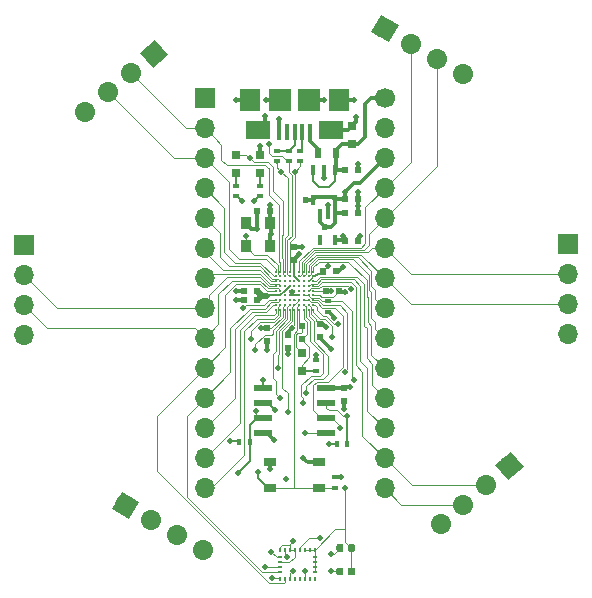
<source format=gbr>
G04 #@! TF.GenerationSoftware,KiCad,Pcbnew,5.1.0-060a0da~80~ubuntu18.04.1*
G04 #@! TF.CreationDate,2019-05-28T03:43:47+02:00*
G04 #@! TF.ProjectId,TinyFPGA-BX,54696e79-4650-4474-912d-42582e6b6963,rev?*
G04 #@! TF.SameCoordinates,Original*
G04 #@! TF.FileFunction,Copper,L1,Top*
G04 #@! TF.FilePolarity,Positive*
%FSLAX46Y46*%
G04 Gerber Fmt 4.6, Leading zero omitted, Abs format (unit mm)*
G04 Created by KiCad (PCBNEW 5.1.0-060a0da~80~ubuntu18.04.1) date 2019-05-28 03:43:47*
%MOMM*%
%LPD*%
G04 APERTURE LIST*
%ADD10O,0.100000X0.335000*%
%ADD11O,0.100000X0.330000*%
%ADD12C,0.200000*%
%ADD13O,0.330000X0.100000*%
%ADD14O,0.335000X0.100000*%
%ADD15R,1.700000X1.700000*%
%ADD16O,1.700000X1.700000*%
%ADD17R,1.550000X0.600000*%
%ADD18R,0.600000X0.400000*%
%ADD19R,0.750000X0.800000*%
%ADD20R,0.500000X0.900000*%
%ADD21R,0.800000X0.800000*%
%ADD22R,0.400000X1.350000*%
%ADD23R,2.100000X1.600000*%
%ADD24R,1.800000X1.900000*%
%ADD25R,1.900000X1.900000*%
%ADD26R,0.900000X1.000000*%
%ADD27R,0.450000X0.950000*%
%ADD28R,0.400000X0.600000*%
%ADD29C,1.700000*%
%ADD30R,0.500000X0.600000*%
%ADD31R,0.600000X0.380000*%
%ADD32R,0.600000X0.500000*%
%ADD33R,1.050000X0.650000*%
%ADD34C,1.700000*%
%ADD35C,0.100000*%
%ADD36C,0.590000*%
%ADD37R,0.230000X0.350000*%
%ADD38R,0.350000X0.230000*%
%ADD39C,0.500000*%
%ADD40C,0.600000*%
%ADD41C,0.300000*%
%ADD42C,0.200000*%
%ADD43C,0.500000*%
%ADD44C,0.150000*%
G04 APERTURE END LIST*
D10*
X149530000Y-112514000D03*
D11*
X149930000Y-112514000D03*
D10*
X150330000Y-112514000D03*
X150730000Y-112514000D03*
D12*
X151130000Y-112514000D03*
D10*
X151530000Y-112514000D03*
X151930000Y-112514000D03*
X152330000Y-112514000D03*
X152730000Y-112514000D03*
D13*
X149530000Y-112914000D03*
D12*
X149930000Y-112914000D03*
X150330000Y-112914000D03*
X150730000Y-112914000D03*
X151130000Y-112914000D03*
X151530000Y-112914000D03*
X151930000Y-112914000D03*
X152330000Y-112914000D03*
X152730000Y-112914000D03*
D14*
X149530000Y-113314000D03*
D12*
X149930000Y-113314000D03*
X150330000Y-113314000D03*
X150730000Y-113314000D03*
X151130000Y-113314000D03*
X151530000Y-113314000D03*
X151930000Y-113314000D03*
X152330000Y-113314000D03*
D14*
X152730000Y-113314000D03*
X149530000Y-113714000D03*
D12*
X149930000Y-113714000D03*
X150330000Y-113714000D03*
X150730000Y-113714000D03*
X151130000Y-113714000D03*
X151530000Y-113714000D03*
X151930000Y-113714000D03*
X152330000Y-113714000D03*
D14*
X152730000Y-113714000D03*
X149530000Y-114114000D03*
D12*
X149930000Y-114114000D03*
X150330000Y-114114000D03*
X150730000Y-114114000D03*
X151130000Y-114114000D03*
X151530000Y-114114000D03*
X151930000Y-114114000D03*
X152330000Y-114114000D03*
D14*
X152730000Y-114114000D03*
D12*
X149530000Y-114514000D03*
X149930000Y-114514000D03*
X150330000Y-114514000D03*
X150730000Y-114514000D03*
X151130000Y-114514000D03*
X151530000Y-114514000D03*
X151930000Y-114514000D03*
X152330000Y-114514000D03*
D14*
X152730000Y-114514000D03*
X149530000Y-114914000D03*
D12*
X149930000Y-114914000D03*
X150330000Y-114914000D03*
X150730000Y-114914000D03*
X151130000Y-114914000D03*
X151530000Y-114914000D03*
X151930000Y-114914000D03*
X152330000Y-114914000D03*
D14*
X152730000Y-114914000D03*
D13*
X149530000Y-115314000D03*
D12*
X149930000Y-115314000D03*
X150330000Y-115314000D03*
X150730000Y-115314000D03*
X151130000Y-115314000D03*
X151530000Y-115314000D03*
X151930000Y-115314000D03*
X152330000Y-115314000D03*
D13*
X152730000Y-115314000D03*
D10*
X149530000Y-115714000D03*
D11*
X149930000Y-115714000D03*
D10*
X150330000Y-115714000D03*
X150730000Y-115714000D03*
X151130000Y-115714000D03*
X151530000Y-115714000D03*
X151930000Y-115714000D03*
D11*
X152330000Y-115714000D03*
D10*
X152730000Y-115714000D03*
D15*
X143516000Y-97799100D03*
D16*
X143516000Y-100339100D03*
X143516000Y-102879100D03*
X143516000Y-105419100D03*
X143516000Y-107959100D03*
X143516000Y-110499100D03*
X143516000Y-113039100D03*
X143516000Y-115579100D03*
X143516000Y-118119100D03*
X143516000Y-120659100D03*
X143516000Y-123199100D03*
X143516000Y-125739100D03*
X143516000Y-128279100D03*
X143516000Y-130819100D03*
D17*
X148436000Y-122353100D03*
X148436000Y-123623100D03*
X148436000Y-124893100D03*
X148436000Y-126163100D03*
X153836000Y-126163100D03*
X153836000Y-124893100D03*
X153836000Y-123623100D03*
X153836000Y-122353100D03*
D18*
X154536000Y-129923100D03*
X154536000Y-130823100D03*
D19*
X151736000Y-119373100D03*
X151736000Y-120873100D03*
X156036000Y-101673100D03*
X156036000Y-100173100D03*
D20*
X154636000Y-102423100D03*
X153136000Y-102423100D03*
D18*
X146183000Y-105223100D03*
X146183000Y-106123100D03*
X148215000Y-105223100D03*
X148215000Y-106123100D03*
D21*
X148215000Y-102587100D03*
X148215000Y-104187100D03*
X146183000Y-102587100D03*
X146183000Y-104187100D03*
D22*
X152436000Y-100648100D03*
X151786000Y-100648100D03*
X151136000Y-100648100D03*
X150486000Y-100648100D03*
X149836000Y-100648100D03*
D23*
X154236000Y-100523100D03*
X148036000Y-100523100D03*
D24*
X154936000Y-97973100D03*
X147336000Y-97973100D03*
D25*
X152336000Y-97973100D03*
X149936000Y-97973100D03*
D26*
X149086000Y-108423100D03*
X149086000Y-110323100D03*
X146986000Y-110323100D03*
X146986000Y-108423100D03*
D27*
X153636000Y-103873100D03*
X152686000Y-103873100D03*
X154586000Y-103873100D03*
X152686000Y-106473100D03*
X154586000Y-106473100D03*
D28*
X146450000Y-126954000D03*
X147350000Y-126954000D03*
D29*
X158756000Y-97799100D03*
D16*
X158756000Y-100339100D03*
X158756000Y-102879100D03*
X158756000Y-105419100D03*
X158756000Y-107959100D03*
X158756000Y-110499100D03*
X158756000Y-113039100D03*
X158756000Y-115579100D03*
X158756000Y-118119100D03*
X158756000Y-120659100D03*
X158756000Y-123199100D03*
X158756000Y-125739100D03*
X158756000Y-128279100D03*
X158756000Y-130819100D03*
D30*
X150555000Y-117864000D03*
X150555000Y-118964000D03*
D31*
X153930000Y-115914000D03*
X153930000Y-115014000D03*
D32*
X153830000Y-114164000D03*
X154930000Y-114164000D03*
D30*
X151130000Y-111514000D03*
X151130000Y-110414000D03*
D32*
X153555000Y-112439000D03*
X154655000Y-112439000D03*
X147986000Y-114923100D03*
X146886000Y-114923100D03*
X147986000Y-114123100D03*
X146886000Y-114123100D03*
X149069800Y-107349500D03*
X147969800Y-107349500D03*
D30*
X153255000Y-116964000D03*
X153255000Y-118064000D03*
X148836000Y-117273100D03*
X148836000Y-118373100D03*
X151736000Y-117123100D03*
X151736000Y-118223100D03*
D18*
X152936000Y-120873100D03*
X152936000Y-119973100D03*
D30*
X155336000Y-122373100D03*
X155336000Y-123473100D03*
D18*
X149636000Y-102273100D03*
X149636000Y-103173100D03*
X150636000Y-103173100D03*
X150636000Y-102273100D03*
X151636000Y-103173100D03*
X151636000Y-102273100D03*
D27*
X153936000Y-107623100D03*
X153286000Y-107623100D03*
X154586000Y-107623100D03*
X153286000Y-109823100D03*
X154586000Y-109823100D03*
D32*
X155386000Y-109923100D03*
X156486000Y-109923100D03*
X155386000Y-103923100D03*
X156486000Y-103923100D03*
X155386000Y-106323100D03*
X156486000Y-106323100D03*
X155386000Y-107523100D03*
X156486000Y-107523100D03*
D33*
X149061000Y-128648100D03*
X153211000Y-128648100D03*
X153211000Y-130798100D03*
X149061000Y-130798100D03*
D28*
X154690000Y-127064000D03*
X155590000Y-127064000D03*
D29*
X133402741Y-98952042D03*
D34*
X133402741Y-98952042D02*
X133402741Y-98952042D01*
D29*
X135348494Y-97319361D03*
D34*
X135348494Y-97319361D02*
X135348494Y-97319361D01*
D29*
X137294247Y-95686681D03*
D34*
X137294247Y-95686681D02*
X137294247Y-95686681D01*
D29*
X139240000Y-94054000D03*
D35*
G36*
X138042493Y-93949232D02*
G01*
X139344768Y-92856493D01*
X140437507Y-94158768D01*
X139135232Y-95251507D01*
X138042493Y-93949232D01*
X138042493Y-93949232D01*
G37*
D29*
X143400000Y-136104000D03*
D34*
X143400000Y-136104000D02*
X143400000Y-136104000D01*
D29*
X141200295Y-134834000D03*
D34*
X141200295Y-134834000D02*
X141200295Y-134834000D01*
D29*
X139000591Y-133564000D03*
D34*
X139000591Y-133564000D02*
X139000591Y-133564000D01*
D29*
X136800886Y-132294000D03*
D35*
G36*
X137112008Y-133455122D02*
G01*
X135639764Y-132605122D01*
X136489764Y-131132878D01*
X137962008Y-131982878D01*
X137112008Y-133455122D01*
X137112008Y-133455122D01*
G37*
D15*
X174270000Y-110164000D03*
D16*
X174270000Y-112704000D03*
X174270000Y-115244000D03*
X174270000Y-117784000D03*
X128240000Y-117904000D03*
X128240000Y-115364000D03*
X128240000Y-112824000D03*
D15*
X128240000Y-110284000D03*
D29*
X163492741Y-133872042D03*
D34*
X163492741Y-133872042D02*
X163492741Y-133872042D01*
D29*
X165438494Y-132239361D03*
D34*
X165438494Y-132239361D02*
X165438494Y-132239361D01*
D29*
X167384247Y-130606681D03*
D34*
X167384247Y-130606681D02*
X167384247Y-130606681D01*
D29*
X169330000Y-128974000D03*
D35*
G36*
X168132493Y-128869232D02*
G01*
X169434768Y-127776493D01*
X170527507Y-129078768D01*
X169225232Y-130171507D01*
X168132493Y-128869232D01*
X168132493Y-128869232D01*
G37*
D29*
X158780000Y-91924000D03*
D35*
G36*
X159091122Y-93085122D02*
G01*
X157618878Y-92235122D01*
X158468878Y-90762878D01*
X159941122Y-91612878D01*
X159091122Y-93085122D01*
X159091122Y-93085122D01*
G37*
D29*
X160979705Y-93194000D03*
D34*
X160979705Y-93194000D02*
X160979705Y-93194000D01*
D29*
X163179409Y-94464000D03*
D34*
X163179409Y-94464000D02*
X163179409Y-94464000D01*
D29*
X165379114Y-95734000D03*
D34*
X165379114Y-95734000D02*
X165379114Y-95734000D01*
D35*
G36*
X155141959Y-135569711D02*
G01*
X155156277Y-135571835D01*
X155170318Y-135575352D01*
X155183947Y-135580229D01*
X155197032Y-135586418D01*
X155209448Y-135593859D01*
X155221074Y-135602482D01*
X155231799Y-135612203D01*
X155241520Y-135622928D01*
X155250143Y-135634554D01*
X155257584Y-135646970D01*
X155263773Y-135660055D01*
X155268650Y-135673684D01*
X155272167Y-135687725D01*
X155274291Y-135702043D01*
X155275001Y-135716501D01*
X155275001Y-136061501D01*
X155274291Y-136075959D01*
X155272167Y-136090277D01*
X155268650Y-136104318D01*
X155263773Y-136117947D01*
X155257584Y-136131032D01*
X155250143Y-136143448D01*
X155241520Y-136155074D01*
X155231799Y-136165799D01*
X155221074Y-136175520D01*
X155209448Y-136184143D01*
X155197032Y-136191584D01*
X155183947Y-136197773D01*
X155170318Y-136202650D01*
X155156277Y-136206167D01*
X155141959Y-136208291D01*
X155127501Y-136209001D01*
X154832501Y-136209001D01*
X154818043Y-136208291D01*
X154803725Y-136206167D01*
X154789684Y-136202650D01*
X154776055Y-136197773D01*
X154762970Y-136191584D01*
X154750554Y-136184143D01*
X154738928Y-136175520D01*
X154728203Y-136165799D01*
X154718482Y-136155074D01*
X154709859Y-136143448D01*
X154702418Y-136131032D01*
X154696229Y-136117947D01*
X154691352Y-136104318D01*
X154687835Y-136090277D01*
X154685711Y-136075959D01*
X154685001Y-136061501D01*
X154685001Y-135716501D01*
X154685711Y-135702043D01*
X154687835Y-135687725D01*
X154691352Y-135673684D01*
X154696229Y-135660055D01*
X154702418Y-135646970D01*
X154709859Y-135634554D01*
X154718482Y-135622928D01*
X154728203Y-135612203D01*
X154738928Y-135602482D01*
X154750554Y-135593859D01*
X154762970Y-135586418D01*
X154776055Y-135580229D01*
X154789684Y-135575352D01*
X154803725Y-135571835D01*
X154818043Y-135569711D01*
X154832501Y-135569001D01*
X155127501Y-135569001D01*
X155141959Y-135569711D01*
X155141959Y-135569711D01*
G37*
D36*
X154980001Y-135889001D03*
D35*
G36*
X156111959Y-135569711D02*
G01*
X156126277Y-135571835D01*
X156140318Y-135575352D01*
X156153947Y-135580229D01*
X156167032Y-135586418D01*
X156179448Y-135593859D01*
X156191074Y-135602482D01*
X156201799Y-135612203D01*
X156211520Y-135622928D01*
X156220143Y-135634554D01*
X156227584Y-135646970D01*
X156233773Y-135660055D01*
X156238650Y-135673684D01*
X156242167Y-135687725D01*
X156244291Y-135702043D01*
X156245001Y-135716501D01*
X156245001Y-136061501D01*
X156244291Y-136075959D01*
X156242167Y-136090277D01*
X156238650Y-136104318D01*
X156233773Y-136117947D01*
X156227584Y-136131032D01*
X156220143Y-136143448D01*
X156211520Y-136155074D01*
X156201799Y-136165799D01*
X156191074Y-136175520D01*
X156179448Y-136184143D01*
X156167032Y-136191584D01*
X156153947Y-136197773D01*
X156140318Y-136202650D01*
X156126277Y-136206167D01*
X156111959Y-136208291D01*
X156097501Y-136209001D01*
X155802501Y-136209001D01*
X155788043Y-136208291D01*
X155773725Y-136206167D01*
X155759684Y-136202650D01*
X155746055Y-136197773D01*
X155732970Y-136191584D01*
X155720554Y-136184143D01*
X155708928Y-136175520D01*
X155698203Y-136165799D01*
X155688482Y-136155074D01*
X155679859Y-136143448D01*
X155672418Y-136131032D01*
X155666229Y-136117947D01*
X155661352Y-136104318D01*
X155657835Y-136090277D01*
X155655711Y-136075959D01*
X155655001Y-136061501D01*
X155655001Y-135716501D01*
X155655711Y-135702043D01*
X155657835Y-135687725D01*
X155661352Y-135673684D01*
X155666229Y-135660055D01*
X155672418Y-135646970D01*
X155679859Y-135634554D01*
X155688482Y-135622928D01*
X155698203Y-135612203D01*
X155708928Y-135602482D01*
X155720554Y-135593859D01*
X155732970Y-135586418D01*
X155746055Y-135580229D01*
X155759684Y-135575352D01*
X155773725Y-135571835D01*
X155788043Y-135569711D01*
X155802501Y-135569001D01*
X156097501Y-135569001D01*
X156111959Y-135569711D01*
X156111959Y-135569711D01*
G37*
D36*
X155950001Y-135889001D03*
D35*
G36*
X156111959Y-137559711D02*
G01*
X156126277Y-137561835D01*
X156140318Y-137565352D01*
X156153947Y-137570229D01*
X156167032Y-137576418D01*
X156179448Y-137583859D01*
X156191074Y-137592482D01*
X156201799Y-137602203D01*
X156211520Y-137612928D01*
X156220143Y-137624554D01*
X156227584Y-137636970D01*
X156233773Y-137650055D01*
X156238650Y-137663684D01*
X156242167Y-137677725D01*
X156244291Y-137692043D01*
X156245001Y-137706501D01*
X156245001Y-138051501D01*
X156244291Y-138065959D01*
X156242167Y-138080277D01*
X156238650Y-138094318D01*
X156233773Y-138107947D01*
X156227584Y-138121032D01*
X156220143Y-138133448D01*
X156211520Y-138145074D01*
X156201799Y-138155799D01*
X156191074Y-138165520D01*
X156179448Y-138174143D01*
X156167032Y-138181584D01*
X156153947Y-138187773D01*
X156140318Y-138192650D01*
X156126277Y-138196167D01*
X156111959Y-138198291D01*
X156097501Y-138199001D01*
X155802501Y-138199001D01*
X155788043Y-138198291D01*
X155773725Y-138196167D01*
X155759684Y-138192650D01*
X155746055Y-138187773D01*
X155732970Y-138181584D01*
X155720554Y-138174143D01*
X155708928Y-138165520D01*
X155698203Y-138155799D01*
X155688482Y-138145074D01*
X155679859Y-138133448D01*
X155672418Y-138121032D01*
X155666229Y-138107947D01*
X155661352Y-138094318D01*
X155657835Y-138080277D01*
X155655711Y-138065959D01*
X155655001Y-138051501D01*
X155655001Y-137706501D01*
X155655711Y-137692043D01*
X155657835Y-137677725D01*
X155661352Y-137663684D01*
X155666229Y-137650055D01*
X155672418Y-137636970D01*
X155679859Y-137624554D01*
X155688482Y-137612928D01*
X155698203Y-137602203D01*
X155708928Y-137592482D01*
X155720554Y-137583859D01*
X155732970Y-137576418D01*
X155746055Y-137570229D01*
X155759684Y-137565352D01*
X155773725Y-137561835D01*
X155788043Y-137559711D01*
X155802501Y-137559001D01*
X156097501Y-137559001D01*
X156111959Y-137559711D01*
X156111959Y-137559711D01*
G37*
D36*
X155950001Y-137879001D03*
D35*
G36*
X155141959Y-137559711D02*
G01*
X155156277Y-137561835D01*
X155170318Y-137565352D01*
X155183947Y-137570229D01*
X155197032Y-137576418D01*
X155209448Y-137583859D01*
X155221074Y-137592482D01*
X155231799Y-137602203D01*
X155241520Y-137612928D01*
X155250143Y-137624554D01*
X155257584Y-137636970D01*
X155263773Y-137650055D01*
X155268650Y-137663684D01*
X155272167Y-137677725D01*
X155274291Y-137692043D01*
X155275001Y-137706501D01*
X155275001Y-138051501D01*
X155274291Y-138065959D01*
X155272167Y-138080277D01*
X155268650Y-138094318D01*
X155263773Y-138107947D01*
X155257584Y-138121032D01*
X155250143Y-138133448D01*
X155241520Y-138145074D01*
X155231799Y-138155799D01*
X155221074Y-138165520D01*
X155209448Y-138174143D01*
X155197032Y-138181584D01*
X155183947Y-138187773D01*
X155170318Y-138192650D01*
X155156277Y-138196167D01*
X155141959Y-138198291D01*
X155127501Y-138199001D01*
X154832501Y-138199001D01*
X154818043Y-138198291D01*
X154803725Y-138196167D01*
X154789684Y-138192650D01*
X154776055Y-138187773D01*
X154762970Y-138181584D01*
X154750554Y-138174143D01*
X154738928Y-138165520D01*
X154728203Y-138155799D01*
X154718482Y-138145074D01*
X154709859Y-138133448D01*
X154702418Y-138121032D01*
X154696229Y-138107947D01*
X154691352Y-138094318D01*
X154687835Y-138080277D01*
X154685711Y-138065959D01*
X154685001Y-138051501D01*
X154685001Y-137706501D01*
X154685711Y-137692043D01*
X154687835Y-137677725D01*
X154691352Y-137663684D01*
X154696229Y-137650055D01*
X154702418Y-137636970D01*
X154709859Y-137624554D01*
X154718482Y-137612928D01*
X154728203Y-137602203D01*
X154738928Y-137592482D01*
X154750554Y-137583859D01*
X154762970Y-137576418D01*
X154776055Y-137570229D01*
X154789684Y-137565352D01*
X154803725Y-137561835D01*
X154818043Y-137559711D01*
X154832501Y-137559001D01*
X155127501Y-137559001D01*
X155141959Y-137559711D01*
X155141959Y-137559711D01*
G37*
D36*
X154980001Y-137879001D03*
D37*
X149885001Y-136079001D03*
D38*
X149915001Y-136659001D03*
X152865001Y-136659001D03*
X149915001Y-137089001D03*
X152865001Y-137089001D03*
X149915001Y-137519001D03*
X152865001Y-137519001D03*
X149915001Y-137949001D03*
X152865001Y-137949001D03*
D37*
X150315001Y-136079001D03*
X150745001Y-136079001D03*
X151175001Y-136079001D03*
X151605001Y-136079001D03*
X152035001Y-136079001D03*
X152465001Y-136079001D03*
X152895001Y-136079001D03*
X149885001Y-138529001D03*
X150315001Y-138529001D03*
X150745001Y-138529001D03*
X151175001Y-138529001D03*
X151605001Y-138529001D03*
X152035001Y-138529001D03*
X152465001Y-138529001D03*
X152895001Y-138529001D03*
D39*
X152040000Y-137824000D03*
X149190656Y-138446512D03*
X149170000Y-136214000D03*
X146730000Y-115614000D03*
X146989800Y-109484160D03*
X155210442Y-109453519D03*
X152936000Y-119549746D03*
X148776000Y-114523100D03*
X154256679Y-114164543D03*
X154956000Y-125739100D03*
X148071395Y-129506660D03*
X151857602Y-123582988D03*
X149490990Y-124235309D03*
X156167973Y-121673163D03*
X148486000Y-121673100D03*
X155392091Y-114252270D03*
X155441057Y-130819711D03*
X150430000Y-130039000D03*
X155325547Y-124152814D03*
X149434200Y-126780500D03*
X156661212Y-109516824D03*
X146657393Y-106499254D03*
X147737090Y-106499254D03*
X148595141Y-99316840D03*
X147947031Y-108876818D03*
X156316527Y-99446101D03*
X149802581Y-99608091D03*
X146186323Y-114148423D03*
X149048427Y-129220894D03*
X151883356Y-128295519D03*
X156494552Y-105753338D03*
X156485747Y-103422005D03*
X156136000Y-97973100D03*
X153586000Y-97973100D03*
X148686000Y-97973100D03*
X146136000Y-97973100D03*
X156486000Y-106923100D03*
X151736000Y-110423100D03*
X146186000Y-114923100D03*
X150928900Y-114263000D03*
X153635806Y-104574084D03*
X153936000Y-106823100D03*
X155250560Y-112106867D03*
X154213320Y-119051509D03*
X148836380Y-119095520D03*
X150555000Y-119514000D03*
X154080000Y-127054000D03*
X145700000Y-126834000D03*
D40*
X152070000Y-106474000D03*
X153720000Y-108724000D03*
D39*
X155790815Y-122266783D03*
X148326870Y-117269113D03*
X149104000Y-109356100D03*
X148211000Y-101873100D03*
X149074074Y-106848306D03*
X155386000Y-105748100D03*
X151515987Y-111048068D03*
X153929411Y-112064588D03*
X154491904Y-116406962D03*
X153813445Y-117194042D03*
X150930000Y-117239000D03*
X155087197Y-129924525D03*
X151020000Y-135304000D03*
X150567069Y-124384250D03*
X152026849Y-126180918D03*
X148981126Y-101693479D03*
X151185880Y-104035223D03*
X150008585Y-104031344D03*
X148650000Y-137549001D03*
X150980000Y-137814000D03*
X154817921Y-116950448D03*
X147326000Y-102879100D03*
X155924815Y-113976192D03*
X154277348Y-118048756D03*
X147793302Y-119150067D03*
X155366793Y-121014144D03*
X149696271Y-120639272D03*
X155582044Y-124754000D03*
X152130000Y-122789000D03*
X147830000Y-124294000D03*
X146326489Y-129562439D03*
X149906000Y-123199100D03*
X147433615Y-118223846D03*
X153312157Y-135046157D03*
X154250000Y-136394000D03*
X150530000Y-136674000D03*
X154200000Y-137824000D03*
D35*
X149530000Y-112514000D02*
X149530000Y-112289000D01*
X149530000Y-112289000D02*
X148703359Y-111462359D01*
X145581360Y-104944460D02*
X143516000Y-102879100D01*
X148703359Y-111462359D02*
X146469542Y-111462359D01*
X146469542Y-111462359D02*
X145581360Y-110574177D01*
X145581360Y-110574177D02*
X145581360Y-104944460D01*
X140908233Y-102879100D02*
X135348494Y-97319361D01*
X143516000Y-102879100D02*
X140908233Y-102879100D01*
X149930000Y-112514000D02*
X149930000Y-111794000D01*
X148940000Y-103734000D02*
X148893009Y-103734000D01*
X144926711Y-101749811D02*
X144365999Y-101189099D01*
X149930000Y-111794000D02*
X149780000Y-111644000D01*
X149780000Y-111644000D02*
X149780000Y-106826139D01*
X148673009Y-103514000D02*
X145420000Y-103514000D01*
X149780000Y-106826139D02*
X148930000Y-105976139D01*
X148930000Y-105976139D02*
X148930000Y-103744000D01*
X148930000Y-103744000D02*
X148940000Y-103734000D01*
X148893009Y-103734000D02*
X148673009Y-103514000D01*
X145420000Y-103514000D02*
X144926711Y-103020711D01*
X144926711Y-103020711D02*
X144926711Y-101749811D01*
X144365999Y-101189099D02*
X143516000Y-100339100D01*
X141946666Y-100339100D02*
X137294247Y-95686681D01*
X143516000Y-100339100D02*
X141946666Y-100339100D01*
X151530000Y-112514000D02*
X151530000Y-111603684D01*
X151530000Y-111603684D02*
X152669684Y-110464000D01*
X156730000Y-110464000D02*
X157130000Y-110064000D01*
X152669684Y-110464000D02*
X156730000Y-110464000D01*
X157130000Y-110064000D02*
X157130000Y-107045100D01*
X157130000Y-107045100D02*
X158756000Y-105419100D01*
X160979705Y-103195395D02*
X158756000Y-105419100D01*
X160979705Y-93194000D02*
X160979705Y-103195395D01*
X152330000Y-112514000D02*
X152330000Y-111943524D01*
X157972122Y-114020362D02*
X157972122Y-114801392D01*
X152330000Y-111943524D02*
X153009524Y-111264000D01*
X153009524Y-111264000D02*
X156483719Y-111264000D01*
X156483719Y-111264000D02*
X157630000Y-112410281D01*
X157630000Y-112410281D02*
X157630000Y-113678240D01*
X157630000Y-113678240D02*
X157972122Y-114020362D01*
X157972122Y-114801392D02*
X158749830Y-115579100D01*
X158749830Y-115579100D02*
X158756000Y-115579100D01*
X152040000Y-138524002D02*
X152035001Y-138529001D01*
X152040000Y-137824000D02*
X152040000Y-138524002D01*
X152730000Y-112514000D02*
X152730000Y-112139000D01*
X152730000Y-112139000D02*
X153205000Y-111664000D01*
X157630000Y-117077256D02*
X157630000Y-119535753D01*
X153205000Y-111664000D02*
X155654881Y-111664000D01*
X157630000Y-119535753D02*
X158753347Y-120659100D01*
X155654881Y-111664000D02*
X157230000Y-113239119D01*
X157330000Y-114704000D02*
X157330000Y-116777256D01*
X157230000Y-113239119D02*
X157230000Y-114604000D01*
X157230000Y-114604000D02*
X157330000Y-114704000D01*
X157330000Y-116777256D02*
X157630000Y-117077256D01*
X158753347Y-120659100D02*
X158756000Y-120659100D01*
X149802512Y-138446512D02*
X149885001Y-138529001D01*
X149190656Y-138446512D02*
X149802512Y-138446512D01*
X149530000Y-112914000D02*
X149355000Y-112914000D01*
X149355000Y-112914000D02*
X148207448Y-111766448D01*
X145180973Y-107084073D02*
X143516000Y-105419100D01*
X148207448Y-111766448D02*
X146066922Y-111766448D01*
X146066922Y-111766448D02*
X145180973Y-110880499D01*
X145180973Y-110880499D02*
X145180973Y-107084073D01*
X149530000Y-113314000D02*
X149155000Y-113314000D01*
X149155000Y-113314000D02*
X148206680Y-112365680D01*
X148206680Y-112365680D02*
X145083202Y-112365680D01*
X145083202Y-112365680D02*
X143516000Y-110798478D01*
X143516000Y-110798478D02*
X143516000Y-110499100D01*
X149615001Y-136659001D02*
X149170000Y-136214000D01*
X149915001Y-136659001D02*
X149615001Y-136659001D01*
X152730000Y-113314000D02*
X152929490Y-113314000D01*
X157684085Y-120308085D02*
X157684085Y-122127185D01*
X152929490Y-113314000D02*
X153304700Y-112938790D01*
X153304700Y-112938790D02*
X156383616Y-112938790D01*
X157030000Y-113585174D02*
X157030000Y-117114000D01*
X157230000Y-117314000D02*
X157230000Y-119854000D01*
X156383616Y-112938790D02*
X157030000Y-113585174D01*
X157684085Y-122127185D02*
X158756000Y-123199100D01*
X157030000Y-117114000D02*
X157230000Y-117314000D01*
X157230000Y-119854000D02*
X157684085Y-120308085D01*
X149530000Y-113714000D02*
X148955000Y-113714000D01*
X148955000Y-113714000D02*
X148205912Y-112964912D01*
X148205912Y-112964912D02*
X145432068Y-112964912D01*
X145432068Y-112964912D02*
X143926473Y-114470507D01*
X143926473Y-114470507D02*
X143926473Y-115168627D01*
X143926473Y-115168627D02*
X143516000Y-115579100D01*
X130995100Y-115579100D02*
X128240000Y-112824000D01*
X143516000Y-115579100D02*
X130995100Y-115579100D01*
X152730000Y-113714000D02*
X153131491Y-113714000D01*
X153131491Y-113714000D02*
X153455614Y-113389877D01*
X153455614Y-113389877D02*
X155909184Y-113389877D01*
X156873990Y-120986095D02*
X156873990Y-126397090D01*
X155909184Y-113389877D02*
X156324825Y-113805518D01*
X156324825Y-113805518D02*
X156324825Y-120436930D01*
X156324825Y-120436930D02*
X156873990Y-120986095D01*
X156873990Y-126397090D02*
X158756000Y-128279100D01*
X161083581Y-130606681D02*
X158756000Y-128279100D01*
X167384247Y-130606681D02*
X161083581Y-130606681D01*
X149530000Y-114114000D02*
X148763638Y-114114000D01*
X148763638Y-114114000D02*
X148213783Y-113564145D01*
X148213783Y-113564145D02*
X146204855Y-113564145D01*
X146204855Y-113564145D02*
X145282318Y-114486682D01*
X145282318Y-114486682D02*
X145282318Y-118892782D01*
X145282318Y-118892782D02*
X143516000Y-120659100D01*
X139480000Y-124695100D02*
X143516000Y-120659100D01*
X139480000Y-129354000D02*
X139480000Y-124695100D01*
X148953235Y-138827235D02*
X139480000Y-129354000D01*
X149172043Y-138846414D02*
X148953235Y-138827235D01*
X150315001Y-138529001D02*
X150315001Y-138804001D01*
X149484436Y-138869822D02*
X149172043Y-138846414D01*
X150315001Y-138804001D02*
X150265000Y-138854002D01*
X150265000Y-138854002D02*
X149650000Y-138854002D01*
X149650000Y-138854002D02*
X149625407Y-138878594D01*
X149625407Y-138878594D02*
X149484436Y-138869822D01*
X149530000Y-114914000D02*
X148977102Y-114914000D01*
X148977102Y-114914000D02*
X148530432Y-115360670D01*
X148530432Y-115360670D02*
X146983330Y-115360670D01*
X146983330Y-115360670D02*
X146730000Y-115614000D01*
X149530000Y-114914000D02*
X149580100Y-114914000D01*
X149580100Y-114914000D02*
X149581000Y-114913100D01*
X149930000Y-114914000D02*
X149930000Y-114939000D01*
X149930000Y-114939000D02*
X149755000Y-115114000D01*
X145686496Y-117270633D02*
X145686496Y-121028604D01*
X145686496Y-121028604D02*
X143516000Y-123199100D01*
X149755000Y-115114000D02*
X149129885Y-115114000D01*
X149129885Y-115114000D02*
X148608567Y-115635318D01*
X148608567Y-115635318D02*
X147321811Y-115635318D01*
X147321811Y-115635318D02*
X145686496Y-117270633D01*
X149915001Y-137949001D02*
X148357857Y-137949001D01*
X142666001Y-124049099D02*
X143516000Y-123199100D01*
X141990000Y-124725100D02*
X142666001Y-124049099D01*
X141990000Y-131581144D02*
X141990000Y-124725100D01*
X148357857Y-137949001D02*
X141990000Y-131581144D01*
X150325300Y-114914000D02*
X150328900Y-114910400D01*
X150330000Y-114911500D02*
X150328900Y-114910400D01*
X149530000Y-115314000D02*
X149305000Y-115314000D01*
X149305000Y-115314000D02*
X148703190Y-115915810D01*
X146079342Y-123175758D02*
X143516000Y-125739100D01*
X148703190Y-115915810D02*
X147536632Y-115915810D01*
X147536632Y-115915810D02*
X146079342Y-117373100D01*
X146079342Y-117373100D02*
X146079342Y-123175758D01*
X149930000Y-115314000D02*
X149730000Y-115514000D01*
X146876282Y-117566786D02*
X146876282Y-128019246D01*
X149730000Y-115514000D02*
X149730000Y-116139000D01*
X149730000Y-116139000D02*
X149386362Y-116482638D01*
X149386362Y-116482638D02*
X147960430Y-116482638D01*
X147960430Y-116482638D02*
X146876282Y-117566786D01*
X146876282Y-128019246D02*
X144076428Y-130819100D01*
X144076428Y-130819100D02*
X143516000Y-130819100D01*
X149530000Y-115714000D02*
X149530000Y-116039000D01*
X149530000Y-116039000D02*
X149375619Y-116193381D01*
X149375619Y-116193381D02*
X147754374Y-116193381D01*
X147754374Y-116193381D02*
X146479743Y-117468012D01*
X146479743Y-117468012D02*
X146479743Y-125315357D01*
X146479743Y-125315357D02*
X143516000Y-128279100D01*
X151930000Y-112514000D02*
X151930000Y-111775141D01*
X151930000Y-111775141D02*
X152841141Y-110864000D01*
X152841141Y-110864000D02*
X157320342Y-110864000D01*
X157320342Y-110864000D02*
X157685242Y-110499100D01*
X157685242Y-110499100D02*
X158756000Y-110499100D01*
X160960900Y-112704000D02*
X158756000Y-110499100D01*
X174270000Y-112704000D02*
X160960900Y-112704000D01*
D41*
X153136000Y-102143100D02*
X153136000Y-102723100D01*
X152436000Y-100653100D02*
X152436000Y-101443100D01*
X152436000Y-101443100D02*
X153136000Y-102143100D01*
D42*
X151786000Y-100653100D02*
X151786000Y-102123100D01*
X151786000Y-102123100D02*
X151636000Y-102273100D01*
X150636000Y-102273100D02*
X149636000Y-102273100D01*
X151136000Y-100653100D02*
X151136000Y-101773100D01*
X151136000Y-101773100D02*
X150636000Y-102273100D01*
X152686000Y-103873100D02*
X152686000Y-104801932D01*
X152686000Y-104801932D02*
X153195915Y-105311847D01*
X153195915Y-105311847D02*
X154076717Y-105311847D01*
X154076717Y-105311847D02*
X154586000Y-104802564D01*
X154586000Y-104802564D02*
X154586000Y-103873100D01*
D41*
X154586000Y-103873100D02*
X155336000Y-103873100D01*
X155336000Y-103873100D02*
X155386000Y-103923100D01*
X154636000Y-102423100D02*
X154636000Y-103823100D01*
X154636000Y-103823100D02*
X154586000Y-103873100D01*
X156036000Y-101673100D02*
X156511000Y-101673100D01*
X156511000Y-101673100D02*
X157086000Y-101098100D01*
X157086000Y-101098100D02*
X157086000Y-98323100D01*
X157086000Y-98323100D02*
X157610000Y-97799100D01*
X157610000Y-97799100D02*
X158756000Y-97799100D01*
X154636000Y-102723100D02*
X154636000Y-102173100D01*
X154636000Y-102173100D02*
X155136000Y-101673100D01*
X155136000Y-101673100D02*
X155561000Y-101673100D01*
X155561000Y-101673100D02*
X156036000Y-101673100D01*
D35*
X154586000Y-102773100D02*
X154636000Y-102723100D01*
X146986000Y-110323100D02*
X146986000Y-110356631D01*
X146986000Y-110356631D02*
X147698203Y-111068834D01*
X147698203Y-111068834D02*
X148817373Y-111068834D01*
X148817373Y-111068834D02*
X149730000Y-111981461D01*
X149730000Y-111981461D02*
X149730000Y-112714000D01*
X149730000Y-112714000D02*
X149930000Y-112914000D01*
X146986000Y-110323100D02*
X146986000Y-109487960D01*
X146986000Y-109487960D02*
X146989800Y-109484160D01*
X146986000Y-110323100D02*
X146986000Y-110273100D01*
X154256136Y-114164000D02*
X153830000Y-114164000D01*
D41*
X155521214Y-109764291D02*
X155460441Y-109703518D01*
X155521214Y-109778297D02*
X155521214Y-109764291D01*
X155460441Y-109703518D02*
X155210442Y-109453519D01*
X155397322Y-109780988D02*
X155518523Y-109780988D01*
X155521214Y-109787886D02*
X155521214Y-109778297D01*
X155386000Y-109923100D02*
X155521214Y-109787886D01*
X155518523Y-109780988D02*
X155521214Y-109778297D01*
D43*
X148386000Y-114523100D02*
X147986000Y-114923100D01*
X148386000Y-114523100D02*
X147986000Y-114123100D01*
D35*
X152730000Y-114114000D02*
X152676900Y-114114000D01*
D41*
X152936000Y-119973100D02*
X152936000Y-119549746D01*
D35*
X152730000Y-114114000D02*
X153645100Y-114114000D01*
D41*
X155482280Y-109923100D02*
X155397322Y-109838142D01*
D44*
X150330000Y-114114000D02*
X149930000Y-114514000D01*
X150730000Y-113714000D02*
X150330000Y-114114000D01*
D42*
X149530000Y-114514000D02*
X148785100Y-114514000D01*
X149930000Y-114514000D02*
X149530000Y-114514000D01*
D35*
X155386000Y-109923100D02*
X155482280Y-109923100D01*
X154586000Y-109823100D02*
X154586000Y-109973100D01*
D41*
X154586000Y-109823100D02*
X155286000Y-109823100D01*
D35*
X155286000Y-109823100D02*
X155386000Y-109923100D01*
X149930000Y-114514000D02*
X149930000Y-114511500D01*
D43*
X148776000Y-114523100D02*
X148386000Y-114523100D01*
D42*
X148776000Y-114523100D02*
X148686000Y-114523100D01*
X148785100Y-114514000D02*
X148776000Y-114523100D01*
D35*
X154256679Y-114164543D02*
X154256136Y-114164000D01*
X152330000Y-114914000D02*
X152330000Y-114939000D01*
X152330000Y-114939000D02*
X152505000Y-115114000D01*
X152505000Y-115114000D02*
X153005000Y-115114000D01*
X153005000Y-115114000D02*
X153455769Y-115564769D01*
X153455769Y-115564769D02*
X154590614Y-115564769D01*
X154590614Y-115564769D02*
X155278612Y-116252767D01*
X154001802Y-121813435D02*
X153039663Y-121813435D01*
X152716083Y-124248183D02*
X153361000Y-124893100D01*
X155278612Y-116252767D02*
X155278612Y-120536625D01*
X155278612Y-120536625D02*
X154001802Y-121813435D01*
X153039663Y-121813435D02*
X152716083Y-122137015D01*
X152716083Y-122137015D02*
X152716083Y-124248183D01*
X153836000Y-124893100D02*
X154311000Y-124893100D01*
X154311000Y-124893100D02*
X154956000Y-125538100D01*
X154956000Y-125538100D02*
X154956000Y-125739100D01*
D42*
X153361000Y-124893100D02*
X153836000Y-124893100D01*
D35*
X151930000Y-114914000D02*
X152332500Y-114914000D01*
D42*
X148071395Y-129860213D02*
X148071395Y-129506660D01*
X148071395Y-130008495D02*
X148071395Y-129860213D01*
X148861000Y-130798100D02*
X148071395Y-130008495D01*
X149061000Y-130798100D02*
X148861000Y-130798100D01*
D35*
X151530000Y-115314000D02*
X151505000Y-115314000D01*
X151505000Y-115314000D02*
X151330000Y-115489000D01*
X151330000Y-115489000D02*
X151330000Y-117479417D01*
X151330000Y-117479417D02*
X151055000Y-117754417D01*
X151055000Y-117754417D02*
X151055000Y-130773100D01*
X151055000Y-130773100D02*
X151030000Y-130798100D01*
X149061000Y-130798100D02*
X151030000Y-130798100D01*
X151030000Y-130798100D02*
X151260863Y-130798100D01*
X151260863Y-130798100D02*
X153211000Y-130798100D01*
X153211000Y-130798100D02*
X154511000Y-130798100D01*
X154511000Y-130798100D02*
X154536000Y-130823100D01*
X149261000Y-130798100D02*
X149061000Y-130798100D01*
X151930000Y-115314000D02*
X152029999Y-115413999D01*
X151697543Y-123069376D02*
X151857602Y-123229435D01*
X152029999Y-115413999D02*
X152079999Y-115413999D01*
X152079999Y-115413999D02*
X152130000Y-115464000D01*
X152130000Y-115464000D02*
X152130000Y-116357103D01*
X152130000Y-116357103D02*
X152473223Y-116700326D01*
X152473223Y-116700326D02*
X152473223Y-118407223D01*
X152473223Y-118407223D02*
X153579064Y-119513064D01*
X153579064Y-119513064D02*
X153579064Y-121053686D01*
X153579064Y-121053686D02*
X153321168Y-121311582D01*
X153321168Y-121311582D02*
X152504838Y-121311582D01*
X152504838Y-121311582D02*
X151697543Y-122118877D01*
X151697543Y-122118877D02*
X151697543Y-123069376D01*
X151857602Y-123229435D02*
X151857602Y-123582988D01*
D42*
X148911000Y-123623100D02*
X149490990Y-124203090D01*
X148436000Y-123623100D02*
X148911000Y-123623100D01*
X149490990Y-124203090D02*
X149490990Y-124235309D01*
D35*
X147961000Y-123623100D02*
X148436000Y-123623100D01*
X153930000Y-115014000D02*
X155188711Y-115014000D01*
X155188711Y-115014000D02*
X155973071Y-115798360D01*
X155973071Y-115798360D02*
X155973071Y-121478261D01*
X155973071Y-121478261D02*
X156167973Y-121673163D01*
X152330000Y-114514000D02*
X152330000Y-114524000D01*
X152330000Y-114524000D02*
X152520000Y-114714000D01*
X152520000Y-114714000D02*
X153190000Y-114714000D01*
X153190000Y-114714000D02*
X153490000Y-115014000D01*
X153490000Y-115014000D02*
X153930000Y-115014000D01*
D42*
X148486000Y-121673100D02*
X148486000Y-122303100D01*
X148486000Y-122303100D02*
X148436000Y-122353100D01*
D35*
X148466000Y-122323100D02*
X148436000Y-122353100D01*
X151930000Y-114514000D02*
X152325300Y-114514000D01*
D41*
X154786000Y-114073100D02*
X154965170Y-114252270D01*
D35*
X155554990Y-114252270D02*
X155392091Y-114252270D01*
D41*
X155038538Y-114252270D02*
X155392091Y-114252270D01*
D35*
X155605030Y-114302310D02*
X155554990Y-114252270D01*
D41*
X154965170Y-114252270D02*
X155038538Y-114252270D01*
X156411213Y-109766823D02*
X156661212Y-109516824D01*
X156486000Y-109923100D02*
X156411213Y-109848313D01*
X156411213Y-109848313D02*
X156411213Y-109766823D01*
X154918427Y-112439000D02*
X155000561Y-112356866D01*
X154655000Y-112439000D02*
X154918427Y-112439000D01*
X155000561Y-112356866D02*
X155250560Y-112106867D01*
X148836000Y-118373100D02*
X148836000Y-119095140D01*
X148836000Y-119095140D02*
X148836380Y-119095520D01*
D42*
X146407394Y-106249255D02*
X146657393Y-106499254D01*
X146281239Y-106123100D02*
X146407394Y-106249255D01*
X146183000Y-106123100D02*
X146281239Y-106123100D01*
X147987089Y-106249255D02*
X147737090Y-106499254D01*
X148215000Y-106123100D02*
X148113244Y-106123100D01*
X148113244Y-106123100D02*
X147987089Y-106249255D01*
D41*
X148036000Y-100523100D02*
X148261476Y-100523100D01*
X148261476Y-100523100D02*
X148595143Y-100189433D01*
X148595143Y-100189433D02*
X148595143Y-99316842D01*
X148595143Y-99316842D02*
X148595141Y-99316840D01*
D35*
X152730000Y-114514000D02*
X153291253Y-114514000D01*
X153291253Y-114514000D02*
X153393093Y-114615840D01*
X153393093Y-114615840D02*
X154428160Y-114615840D01*
X154428160Y-114615840D02*
X154880000Y-114164000D01*
X154880000Y-114164000D02*
X154930000Y-114164000D01*
D41*
X150555000Y-118964000D02*
X150555000Y-119514000D01*
X146986000Y-108423100D02*
X147448059Y-108885159D01*
X147448059Y-108885159D02*
X147947031Y-108885159D01*
X147947031Y-108885159D02*
X147947031Y-108876818D01*
X147969800Y-108854049D02*
X147947031Y-108876818D01*
X147969800Y-107349500D02*
X147969800Y-108854049D01*
D42*
X151130000Y-114514000D02*
X151130000Y-114464100D01*
X151130000Y-114464100D02*
X150928900Y-114263000D01*
D41*
X148436000Y-126163100D02*
X148816800Y-126163100D01*
X148816800Y-126163100D02*
X149434200Y-126780500D01*
X156036000Y-100173100D02*
X156036000Y-100103398D01*
X156036000Y-100103398D02*
X156316527Y-99822871D01*
X156316527Y-99822871D02*
X156316527Y-99446101D01*
X149836000Y-100648100D02*
X149836000Y-99641510D01*
X149836000Y-99641510D02*
X149802581Y-99608091D01*
X146211646Y-114123100D02*
X146186323Y-114148423D01*
X146886000Y-114123100D02*
X146211646Y-114123100D01*
D35*
X152730000Y-114514000D02*
X152681900Y-114514000D01*
D41*
X149048427Y-128660673D02*
X149048427Y-128867341D01*
X149061000Y-128648100D02*
X149048427Y-128660673D01*
X149048427Y-128867341D02*
X149048427Y-129220894D01*
X153246000Y-118053100D02*
X154213320Y-119020420D01*
X153246000Y-118003100D02*
X153246000Y-118053100D01*
X153635806Y-103873294D02*
X153635806Y-104220531D01*
X153636000Y-103873100D02*
X153635806Y-103873294D01*
X153635806Y-104220531D02*
X153635806Y-104574084D01*
X152235937Y-128648100D02*
X152133355Y-128545518D01*
X153211000Y-128648100D02*
X152235937Y-128648100D01*
X152133355Y-128545518D02*
X151883356Y-128295519D01*
X155336000Y-123473100D02*
X155336000Y-124142361D01*
X155336000Y-124142361D02*
X155325547Y-124152814D01*
X156486000Y-105761890D02*
X156494552Y-105753338D01*
X156486000Y-106323100D02*
X156486000Y-105761890D01*
X156485747Y-103922847D02*
X156485747Y-103775558D01*
X156485747Y-103775558D02*
X156485747Y-103422005D01*
X156486000Y-103923100D02*
X156485747Y-103922847D01*
X154236000Y-100523100D02*
X155686000Y-100523100D01*
X155686000Y-100523100D02*
X156036000Y-100173100D01*
X154936000Y-97973100D02*
X156136000Y-97973100D01*
X152336000Y-97973100D02*
X153586000Y-97973100D01*
X149936000Y-97973100D02*
X148686000Y-97973100D01*
X147336000Y-97973100D02*
X146136000Y-97973100D01*
D42*
X148986000Y-128573100D02*
X149061000Y-128648100D01*
D41*
X156486000Y-106923100D02*
X156486000Y-107523100D01*
X156486000Y-106323100D02*
X156486000Y-106923100D01*
X153936000Y-107623100D02*
X153936000Y-106823100D01*
D35*
X153598500Y-100293100D02*
X154866000Y-100293100D01*
X154866000Y-100293100D02*
X154886000Y-100273100D01*
X147441000Y-100293100D02*
X147436000Y-100298100D01*
D41*
X151136000Y-110423100D02*
X151736000Y-110423100D01*
X146886000Y-114923100D02*
X146186000Y-114923100D01*
D35*
X154736000Y-114073100D02*
X154786000Y-114073100D01*
X150730000Y-114514000D02*
X150730000Y-114464100D01*
X150730000Y-114514000D02*
X150730000Y-114509300D01*
X150730000Y-114509300D02*
X150928900Y-114310400D01*
D42*
X151130000Y-114514000D02*
X150730000Y-114514000D01*
X151530000Y-114514000D02*
X151130000Y-114514000D01*
D35*
X151130000Y-114511500D02*
X150928900Y-114310400D01*
X150730000Y-114514000D02*
X150730000Y-114511500D01*
X151130000Y-114514000D02*
X151130000Y-114511500D01*
X150730000Y-114114000D02*
X150732500Y-114114000D01*
X150732500Y-114114000D02*
X150928900Y-114310400D01*
X150730000Y-114114000D02*
X150725300Y-114114000D01*
X151130000Y-114114000D02*
X151125300Y-114114000D01*
X151125300Y-114114000D02*
X150928900Y-114310400D01*
D41*
X154213320Y-119020420D02*
X154213320Y-119051509D01*
D35*
X155950001Y-137459001D02*
X155950001Y-135889001D01*
X155950001Y-137879001D02*
X155950001Y-137459001D01*
X155441057Y-135380057D02*
X155950001Y-135889001D01*
X152035001Y-136079001D02*
X152465001Y-136079001D01*
X152715001Y-136079001D02*
X152844999Y-136079001D01*
X152715001Y-136079001D02*
X152895001Y-136079001D01*
X152465001Y-136079001D02*
X152715001Y-136079001D01*
X154591057Y-134332943D02*
X155441057Y-134332943D01*
X152844999Y-136079001D02*
X154591057Y-134332943D01*
X155441057Y-130819711D02*
X155441057Y-134332943D01*
X155441057Y-134332943D02*
X155441057Y-135380057D01*
X152865001Y-137949001D02*
X152865001Y-137519001D01*
X152865001Y-137519001D02*
X152865001Y-137089001D01*
X152865001Y-137089001D02*
X152865001Y-136659001D01*
X152865001Y-136109001D02*
X152895001Y-136079001D01*
X152865001Y-136659001D02*
X152865001Y-136109001D01*
D42*
X154690000Y-127064000D02*
X154090000Y-127064000D01*
X154090000Y-127064000D02*
X154080000Y-127054000D01*
X145700000Y-126834000D02*
X146330000Y-126834000D01*
X146330000Y-126834000D02*
X146450000Y-126954000D01*
D41*
X152686000Y-106473100D02*
X152070900Y-106473100D01*
X152070900Y-106473100D02*
X152070000Y-106474000D01*
X153720000Y-108724000D02*
X154260100Y-108724000D01*
X154260100Y-108724000D02*
X154586000Y-108398100D01*
X154586000Y-108398100D02*
X154586000Y-107623100D01*
X153286000Y-107623100D02*
X153286000Y-108290000D01*
X153286000Y-108290000D02*
X153720000Y-108724000D01*
X155437262Y-122266783D02*
X155790815Y-122266783D01*
X155336000Y-122368045D02*
X155437262Y-122266783D01*
X155336000Y-122373100D02*
X155336000Y-122368045D01*
D35*
X152330000Y-115314000D02*
X152530000Y-115514000D01*
X152530000Y-115514000D02*
X152530000Y-116091929D01*
X152530000Y-116091929D02*
X152980000Y-116541929D01*
X152980000Y-116541929D02*
X152980000Y-116689000D01*
X152980000Y-116689000D02*
X153255000Y-116964000D01*
D41*
X148680423Y-117269113D02*
X148326870Y-117269113D01*
X148832013Y-117269113D02*
X148680423Y-117269113D01*
X148836000Y-117273100D02*
X148832013Y-117269113D01*
D35*
X150330000Y-115314000D02*
X150305000Y-115314000D01*
X150305000Y-115314000D02*
X150130000Y-115489000D01*
X150130000Y-115489000D02*
X150130000Y-116318297D01*
X150130000Y-116318297D02*
X149175197Y-117273100D01*
X149175197Y-117273100D02*
X148836000Y-117273100D01*
D41*
X150555000Y-117864000D02*
X150555000Y-117614000D01*
X150555000Y-117614000D02*
X150930000Y-117239000D01*
D35*
X151130000Y-115714000D02*
X151130000Y-117039000D01*
X151130000Y-117039000D02*
X150930000Y-117239000D01*
D41*
X153255000Y-116964000D02*
X153583403Y-116964000D01*
X153583403Y-116964000D02*
X153813445Y-117194042D01*
D35*
X153929411Y-112064588D02*
X153655000Y-112338999D01*
X153655000Y-112338999D02*
X153655000Y-112439000D01*
D42*
X152880000Y-112914000D02*
X153130000Y-112664000D01*
X153130000Y-112664000D02*
X153680000Y-112664000D01*
X152730000Y-112914000D02*
X152880000Y-112914000D01*
D35*
X152330000Y-113289000D02*
X152705000Y-112914000D01*
X152705000Y-112914000D02*
X152730000Y-112914000D01*
X152330000Y-113314000D02*
X152330000Y-113289000D01*
D42*
X151130000Y-112514000D02*
X151130000Y-111514000D01*
D41*
X149104000Y-109356100D02*
X149104000Y-108441100D01*
X149104000Y-108441100D02*
X149086000Y-108423100D01*
X149086000Y-110323100D02*
X149086000Y-109374100D01*
X149086000Y-109374100D02*
X149104000Y-109356100D01*
D35*
X148922830Y-117273100D02*
X148836000Y-117273100D01*
X153946000Y-115883100D02*
X154046000Y-115883100D01*
D41*
X154046000Y-115883100D02*
X154503097Y-116340197D01*
X148215000Y-102587100D02*
X148215000Y-101877100D01*
X148215000Y-101877100D02*
X148211000Y-101873100D01*
D35*
X151130000Y-115714000D02*
X151130000Y-115664100D01*
D41*
X149074074Y-107201859D02*
X149074074Y-106848306D01*
X149074074Y-107345226D02*
X149074074Y-107201859D01*
X149069800Y-107349500D02*
X149074074Y-107345226D01*
X149086000Y-108423100D02*
X149086000Y-107365700D01*
X149086000Y-107365700D02*
X149069800Y-107349500D01*
X155386000Y-105748100D02*
X155391298Y-105748100D01*
X155391298Y-105748100D02*
X156157306Y-104982092D01*
X156157306Y-104982092D02*
X156653008Y-104982092D01*
X156653008Y-104982092D02*
X158756000Y-102879100D01*
D44*
X151530000Y-113314000D02*
X151130000Y-112914000D01*
D42*
X151130000Y-112914000D02*
X151130000Y-112514000D01*
D41*
X155386000Y-106323100D02*
X155386000Y-105748100D01*
X154733644Y-129924525D02*
X155087197Y-129924525D01*
X154537425Y-129924525D02*
X154733644Y-129924525D01*
X154536000Y-129923100D02*
X154537425Y-129924525D01*
X154586000Y-106473100D02*
X154586000Y-107623100D01*
X154586000Y-106473100D02*
X154336000Y-106223100D01*
X152936000Y-106223100D02*
X152686000Y-106473100D01*
X154336000Y-106223100D02*
X152936000Y-106223100D01*
X155386000Y-106323100D02*
X154736000Y-106323100D01*
X154736000Y-106323100D02*
X154586000Y-106473100D01*
X155386000Y-107523100D02*
X154686000Y-107523100D01*
D35*
X154686000Y-107523100D02*
X154586000Y-107623100D01*
D41*
X151136000Y-111428055D02*
X151515987Y-111048068D01*
X155336000Y-122373100D02*
X153856000Y-122373100D01*
D35*
X153856000Y-122373100D02*
X153836000Y-122353100D01*
X151530000Y-113314000D02*
X151530000Y-113309300D01*
X151130000Y-112914000D02*
X151125300Y-112914000D01*
X154503097Y-116395769D02*
X154491904Y-116406962D01*
X154503097Y-116340197D02*
X154503097Y-116395769D01*
X151175001Y-136079001D02*
X150745001Y-136079001D01*
X150745001Y-136079001D02*
X150745001Y-135649001D01*
X149885001Y-135804001D02*
X149885001Y-136079001D01*
X150040001Y-135649001D02*
X149885001Y-135804001D01*
X150745001Y-135649001D02*
X150040001Y-135649001D01*
X150745001Y-135649001D02*
X150745001Y-135578999D01*
X150745001Y-135578999D02*
X151020000Y-135304000D01*
X151175001Y-136354001D02*
X151175001Y-136079001D01*
X151175001Y-136621001D02*
X151175001Y-136354001D01*
X150707001Y-137089001D02*
X151175001Y-136621001D01*
X149915001Y-137089001D02*
X150707001Y-137089001D01*
X150567069Y-124030697D02*
X150567069Y-124384250D01*
X150567069Y-122794169D02*
X150567069Y-124030697D01*
X150105000Y-122332100D02*
X150567069Y-122794169D01*
X150980001Y-115413999D02*
X150930000Y-115464000D01*
X150930000Y-115464000D02*
X150930000Y-116667248D01*
X150930000Y-116667248D02*
X150105000Y-117492248D01*
X151030001Y-115413999D02*
X150980001Y-115413999D01*
X150105000Y-117492248D02*
X150105000Y-122332100D01*
X151130000Y-115314000D02*
X151030001Y-115413999D01*
X151530000Y-114914000D02*
X151130000Y-115314000D01*
X152380402Y-126180918D02*
X152026849Y-126180918D01*
X153818182Y-126180918D02*
X152380402Y-126180918D01*
X153826000Y-126173100D02*
X153818182Y-126180918D01*
D42*
X153826000Y-126173100D02*
X153836000Y-126163100D01*
D35*
X153361000Y-126163100D02*
X153836000Y-126163100D01*
X150730000Y-112914000D02*
X150705000Y-112914000D01*
X150880000Y-104344000D02*
X150636000Y-104100000D01*
X150636000Y-104100000D02*
X150636000Y-103173100D01*
X150705000Y-112914000D02*
X150530000Y-112739000D01*
X150530000Y-112739000D02*
X150530000Y-109824160D01*
X150530000Y-109824160D02*
X150880000Y-109474160D01*
X150880000Y-109474160D02*
X150880000Y-104344000D01*
X150636000Y-103173100D02*
X150536000Y-103173100D01*
X150536000Y-103173100D02*
X150088815Y-102725915D01*
X150088815Y-102725915D02*
X149259442Y-102725915D01*
X149259442Y-102725915D02*
X148981126Y-102447599D01*
X148981126Y-102447599D02*
X148981126Y-102047032D01*
X148981126Y-102047032D02*
X148981126Y-101693479D01*
X150730000Y-112514000D02*
X150730000Y-110029262D01*
X150730000Y-110029262D02*
X151185880Y-109573382D01*
X151185880Y-109573382D02*
X151185880Y-104035223D01*
X151636000Y-103585103D02*
X151185880Y-104035223D01*
X151636000Y-103585103D02*
X151636000Y-103173100D01*
X151736000Y-119373100D02*
X151736000Y-119348100D01*
X151736000Y-119348100D02*
X151270107Y-118882207D01*
X151270107Y-118882207D02*
X151270107Y-117823893D01*
X151270107Y-117823893D02*
X151405000Y-117689000D01*
X151405000Y-117689000D02*
X151655000Y-117689000D01*
X151655000Y-117689000D02*
X151736000Y-117608000D01*
X151736000Y-117608000D02*
X151736000Y-117456681D01*
X151736000Y-117456681D02*
X151736000Y-117123100D01*
X151680000Y-117067100D02*
X151736000Y-117123100D01*
X151530000Y-116917100D02*
X151680000Y-117067100D01*
X151530000Y-115714000D02*
X151530000Y-116917100D01*
X151530000Y-115714000D02*
X151530000Y-115664100D01*
X151930000Y-115714000D02*
X151930000Y-116489000D01*
X151930000Y-116489000D02*
X152179384Y-116738384D01*
X152179384Y-116738384D02*
X152179384Y-117779716D01*
X152179384Y-117779716D02*
X151736000Y-118223100D01*
X151736000Y-118273100D02*
X152338554Y-118875654D01*
X152338554Y-118875654D02*
X152338554Y-119770546D01*
X152338554Y-119770546D02*
X151736000Y-120373100D01*
X151736000Y-120373100D02*
X151736000Y-120873100D01*
D42*
X152936000Y-120873100D02*
X151736000Y-120873100D01*
D35*
X150330000Y-113314000D02*
X150330000Y-113311500D01*
X150730000Y-113314000D02*
X150730000Y-113309300D01*
X151130000Y-113314000D02*
X151130000Y-113311500D01*
X150332500Y-113714000D02*
X150328900Y-113710400D01*
X151930000Y-113714000D02*
X151932500Y-113714000D01*
X151930000Y-114114000D02*
X151930000Y-114109300D01*
X150330000Y-112514000D02*
X150330000Y-109629063D01*
X150330000Y-109629063D02*
X150580000Y-109379063D01*
X150580000Y-109379063D02*
X150580000Y-104602759D01*
X150580000Y-104602759D02*
X150008585Y-104031344D01*
X149636000Y-103658759D02*
X149758586Y-103781345D01*
X149636000Y-103173100D02*
X149636000Y-103658759D01*
D41*
X149636000Y-103179100D02*
X149623313Y-103166413D01*
D42*
X149636000Y-103173100D02*
X149636000Y-103179100D01*
D35*
X149758586Y-103781345D02*
X150008585Y-104031344D01*
X149930000Y-113314000D02*
X149930000Y-113289000D01*
X144784801Y-111281224D02*
X144784801Y-109227901D01*
X149930000Y-113289000D02*
X149755000Y-113114000D01*
X149755000Y-113114000D02*
X149255000Y-113114000D01*
X149255000Y-113114000D02*
X148207064Y-112066064D01*
X144784801Y-109227901D02*
X143516000Y-107959100D01*
X148207064Y-112066064D02*
X145569641Y-112066064D01*
X145569641Y-112066064D02*
X144784801Y-111281224D01*
X149930000Y-114114000D02*
X149930000Y-114089000D01*
X149930000Y-114089000D02*
X149755000Y-113914000D01*
X144685991Y-114396169D02*
X144685991Y-116949109D01*
X149755000Y-113914000D02*
X148855000Y-113914000D01*
X148855000Y-113914000D02*
X148201057Y-113260057D01*
X148201057Y-113260057D02*
X145822103Y-113260057D01*
X144685991Y-116949109D02*
X143516000Y-118119100D01*
X145822103Y-113260057D02*
X144685991Y-114396169D01*
X129089999Y-116213999D02*
X128240000Y-115364000D01*
X130145101Y-117269101D02*
X129089999Y-116213999D01*
X142666001Y-117269101D02*
X130145101Y-117269101D01*
X143516000Y-118119100D02*
X142666001Y-117269101D01*
X151530000Y-112914000D02*
X151555000Y-112914000D01*
X151730000Y-111689313D02*
X152755313Y-110664000D01*
X151555000Y-112914000D02*
X151730000Y-112739000D01*
X151730000Y-112739000D02*
X151730000Y-111689313D01*
X152755313Y-110664000D02*
X156978828Y-110664000D01*
X156978828Y-110664000D02*
X157427399Y-110215429D01*
X157427399Y-110215429D02*
X157427399Y-109287701D01*
X157427399Y-109287701D02*
X158756000Y-107959100D01*
X163179409Y-103535691D02*
X158756000Y-107959100D01*
X163179409Y-94464000D02*
X163179409Y-103535691D01*
X149930000Y-113714000D02*
X149930000Y-113664000D01*
X149930000Y-113664000D02*
X149780000Y-113514000D01*
X148210768Y-112669768D02*
X143885332Y-112669768D01*
X149780000Y-113514000D02*
X149055000Y-113514000D01*
X149055000Y-113514000D02*
X148210768Y-112669768D01*
X143885332Y-112669768D02*
X143516000Y-113039100D01*
X148680000Y-137519001D02*
X148650000Y-137549001D01*
X149915001Y-137519001D02*
X148680000Y-137519001D01*
X151930000Y-112914000D02*
X151955000Y-112914000D01*
X151955000Y-112914000D02*
X152130000Y-112739000D01*
X152130000Y-112739000D02*
X152130000Y-111858163D01*
X152130000Y-111858163D02*
X152924163Y-111064000D01*
X152924163Y-111064000D02*
X156780900Y-111064000D01*
X156780900Y-111064000D02*
X158756000Y-113039100D01*
X160960900Y-115244000D02*
X158756000Y-113039100D01*
X174270000Y-115244000D02*
X160960900Y-115244000D01*
X152330000Y-112914000D02*
X152355000Y-112914000D01*
X152530000Y-112739000D02*
X152530000Y-112039000D01*
X157630000Y-114268371D02*
X157630000Y-116414249D01*
X152355000Y-112914000D02*
X152530000Y-112739000D01*
X152530000Y-112039000D02*
X153105000Y-111464000D01*
X157978739Y-117347437D02*
X158750402Y-118119100D01*
X153105000Y-111464000D02*
X156093490Y-111464000D01*
X157430000Y-114068371D02*
X157630000Y-114268371D01*
X157978739Y-116762988D02*
X157978739Y-117347437D01*
X158750402Y-118119100D02*
X158756000Y-118119100D01*
X156093490Y-111464000D02*
X157430000Y-112800510D01*
X157430000Y-112800510D02*
X157430000Y-114068371D01*
X157630000Y-116414249D02*
X157978739Y-116762988D01*
X150745001Y-138048999D02*
X150745001Y-138529001D01*
X150980000Y-137814000D02*
X150745001Y-138048999D01*
X152330000Y-113714000D02*
X152330000Y-113689000D01*
X157285734Y-120676713D02*
X157285734Y-124268834D01*
X152330000Y-113689000D02*
X152505000Y-113514000D01*
X156680088Y-120071067D02*
X157285734Y-120676713D01*
X152505000Y-113514000D02*
X153030448Y-113514000D01*
X153030448Y-113514000D02*
X153380114Y-113164334D01*
X157285734Y-124268834D02*
X158756000Y-125739100D01*
X153380114Y-113164334D02*
X156146400Y-113164334D01*
X156146400Y-113164334D02*
X156680088Y-113698022D01*
X156680088Y-113698022D02*
X156680088Y-120071067D01*
X152330000Y-113714000D02*
X152325300Y-113714000D01*
X152730000Y-115314000D02*
X152845000Y-115314000D01*
X153527863Y-116289000D02*
X153780000Y-116289000D01*
X152845000Y-115314000D02*
X152995000Y-115464000D01*
X152995000Y-115756137D02*
X153527863Y-116289000D01*
X152995000Y-115464000D02*
X152995000Y-115756137D01*
X154464368Y-116950448D02*
X154817921Y-116950448D01*
X153780000Y-116289000D02*
X154441448Y-116950448D01*
X154441448Y-116950448D02*
X154464368Y-116950448D01*
X160176261Y-132239361D02*
X158756000Y-130819100D01*
X165438494Y-132239361D02*
X160176261Y-132239361D01*
X150330000Y-112914000D02*
X150305000Y-112914000D01*
X150305000Y-112914000D02*
X150130000Y-112739000D01*
X150130000Y-111414000D02*
X150030000Y-111314000D01*
X150130000Y-112739000D02*
X150130000Y-111414000D01*
X150030000Y-109474649D02*
X150178366Y-109326283D01*
X150030000Y-111314000D02*
X150030000Y-109474649D01*
X149337585Y-105709470D02*
X149337585Y-103663446D01*
X150178366Y-109326283D02*
X150178366Y-106550251D01*
X148928139Y-103254000D02*
X147700900Y-103254000D01*
X150178366Y-106550251D02*
X149337585Y-105709470D01*
X149337585Y-103663446D02*
X148928139Y-103254000D01*
X147700900Y-103254000D02*
X147326000Y-102879100D01*
X146183000Y-102587100D02*
X147034000Y-102587100D01*
X147034000Y-102587100D02*
X147326000Y-102879100D01*
X153417807Y-113726193D02*
X155674816Y-113726193D01*
X155674816Y-113726193D02*
X155924815Y-113976192D01*
X152505000Y-113914000D02*
X153230000Y-113914000D01*
X152429999Y-113989001D02*
X152505000Y-113914000D01*
X152330000Y-114114000D02*
X152429999Y-114014001D01*
X153230000Y-113914000D02*
X153417807Y-113726193D01*
X152429999Y-114014001D02*
X152429999Y-113989001D01*
X152730000Y-115714000D02*
X152730000Y-115914136D01*
X152730000Y-115914136D02*
X153329851Y-116513987D01*
X153329851Y-116513987D02*
X153722131Y-116513987D01*
X153722131Y-116513987D02*
X154277348Y-117069204D01*
X154277348Y-117069204D02*
X154277348Y-117695203D01*
X154277348Y-117695203D02*
X154277348Y-118048756D01*
X147793302Y-118638218D02*
X147793302Y-118796514D01*
X148606000Y-117825520D02*
X147793302Y-118638218D01*
X149326600Y-117685820D02*
X149186900Y-117825520D01*
X150330000Y-116405464D02*
X149326600Y-117408864D01*
X150330000Y-115714000D02*
X150330000Y-116405464D01*
X147793302Y-118796514D02*
X147793302Y-119150067D01*
X149186900Y-117825520D02*
X148606000Y-117825520D01*
X149326600Y-117408864D02*
X149326600Y-117685820D01*
X155616792Y-120764145D02*
X155366793Y-121014144D01*
X155616792Y-116016051D02*
X155616792Y-120764145D01*
X154964044Y-115363303D02*
X155616792Y-116016051D01*
X153100000Y-114914000D02*
X153549303Y-115363303D01*
X152730000Y-114914000D02*
X153100000Y-114914000D01*
X153549303Y-115363303D02*
X154964044Y-115363303D01*
X150730000Y-115714000D02*
X150730000Y-116580011D01*
X150730000Y-116580011D02*
X149820857Y-117489154D01*
X149820857Y-117489154D02*
X149820857Y-119472469D01*
X149820857Y-119472469D02*
X149696271Y-119597055D01*
X149696271Y-119597055D02*
X149696271Y-120639272D01*
X150730000Y-115714000D02*
X150730000Y-115667100D01*
D42*
X155582044Y-124754000D02*
X155582044Y-127056044D01*
X155582044Y-127056044D02*
X155590000Y-127064000D01*
D35*
X154749098Y-124243098D02*
X155260000Y-124754000D01*
X155260000Y-124754000D02*
X155582044Y-124754000D01*
X154520000Y-124243098D02*
X154749098Y-124243098D01*
X153836000Y-123623100D02*
X153836000Y-124023100D01*
X153836000Y-124023100D02*
X154055998Y-124243098D01*
X154055998Y-124243098D02*
X154520000Y-124243098D01*
X152330000Y-115714000D02*
X152330000Y-116237432D01*
X152330000Y-116237432D02*
X152741230Y-116648662D01*
X152741230Y-116648662D02*
X152741230Y-118375230D01*
X152741230Y-118375230D02*
X153982493Y-119616493D01*
X153982493Y-119616493D02*
X153982493Y-121145946D01*
X153557074Y-121571365D02*
X152783692Y-121571365D01*
X153982493Y-121145946D02*
X153557074Y-121571365D01*
X152783692Y-121571365D02*
X152130000Y-122225057D01*
X152130000Y-122225057D02*
X152130000Y-122789000D01*
D42*
X148215000Y-105223100D02*
X148215000Y-104187100D01*
X146183000Y-105223100D02*
X146183000Y-104187100D01*
X146326489Y-129562439D02*
X147350000Y-128538928D01*
X147350000Y-128538928D02*
X147350000Y-126954000D01*
X147330000Y-125524100D02*
X147330000Y-126674000D01*
X147330000Y-126674000D02*
X147350000Y-126694000D01*
X147350000Y-126694000D02*
X147350000Y-126954000D01*
X147330000Y-125524100D02*
X147961000Y-124893100D01*
X147961000Y-124893100D02*
X148436000Y-124893100D01*
D35*
X147830000Y-124764000D02*
X147830000Y-124294000D01*
X147959100Y-124893100D02*
X147830000Y-124764000D01*
X148436000Y-124893100D02*
X147959100Y-124893100D01*
X149906000Y-123199100D02*
X149527328Y-122820428D01*
X149285998Y-121528878D02*
X149285998Y-119446002D01*
X149527328Y-122820428D02*
X149527328Y-121770208D01*
X149527328Y-121770208D02*
X149285998Y-121528878D01*
X149526610Y-119205390D02*
X149526610Y-117491710D01*
X149285998Y-119446002D02*
X149526610Y-119205390D01*
X150530000Y-116488320D02*
X150530000Y-115489000D01*
X149526610Y-117491710D02*
X150530000Y-116488320D01*
X150530000Y-115489000D02*
X150705000Y-115314000D01*
X150705000Y-115314000D02*
X150730000Y-115314000D01*
X151130000Y-114914000D02*
X151125300Y-114914000D01*
X151132500Y-114914000D02*
X151128900Y-114910400D01*
X149930000Y-115714000D02*
X149930000Y-116232818D01*
X149930000Y-116232818D02*
X149396766Y-116766052D01*
X149396766Y-116766052D02*
X148171709Y-116766052D01*
X148171709Y-116766052D02*
X147433615Y-117504146D01*
X147433615Y-117504146D02*
X147433615Y-118223846D01*
X152362845Y-135046157D02*
X153312157Y-135046157D01*
X151605001Y-136079001D02*
X151605001Y-135804001D01*
X151605001Y-135804001D02*
X152362845Y-135046157D01*
X154475002Y-136394000D02*
X154980001Y-135889001D01*
X154250000Y-136394000D02*
X154475002Y-136394000D01*
X150315001Y-136079001D02*
X150315001Y-136459001D01*
X150315001Y-136459001D02*
X150530000Y-136674000D01*
X154925000Y-137824000D02*
X154980001Y-137879001D01*
X154200000Y-137824000D02*
X154925000Y-137824000D01*
M02*

</source>
